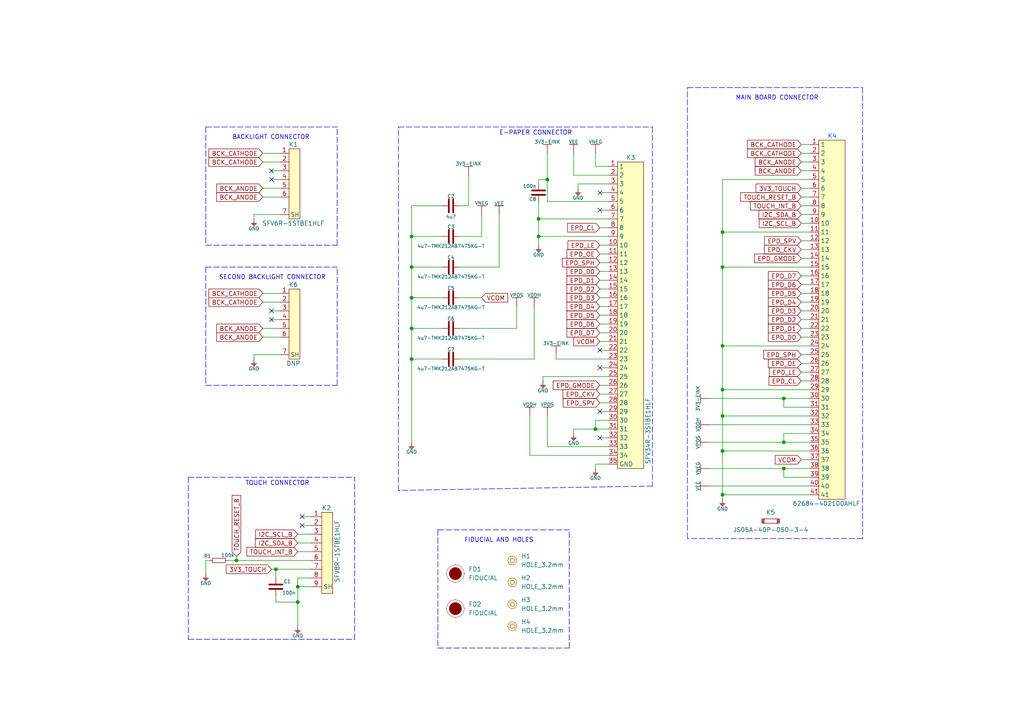
<source format=kicad_sch>
(kicad_sch (version 20211123) (generator eeschema)
  (paper "A4")
  (title_block (title "Connectors board") (date "2023-11-13") (rev "V1.2.0") (company "SOLDERED"))
  (lib_symbols
    (symbol "e-radionica.com schematics:0603C" (pin_numbers hide) (pin_names (offset 0.002))
      (property "Reference" "C" (at 0 3.81 0))
      (property "Value" "0603C" (at 0 -3.175 0))
      (symbol "0603C_0_1"
        (polyline (pts (xy -0.635 1.905) (xy -0.635 -1.905)) (stroke (width 0.5)))
        (polyline (pts (xy 0.635 1.905) (xy 0.635 -1.905)) (stroke (width 0.5)))
      )
      (symbol "0603C_1_1"
        (pin passive line (at -2.54 0 0) (length 1.9) (name "~") (number "1"))
        (pin passive line (at 2.54 0 180) (length 1.9) (name "~") (number "2"))
      )
    )
    (symbol "e-radionica.com schematics:0603R" (pin_numbers hide) (pin_names (offset 0.254))
      (property "Reference" "R" (at 0 1.27 0))
      (property "Value" "0603R" (at 0 -1.905 0))
      (symbol "0603R_0_1"
        (rectangle (start -1.905 0.635) (end 1.905 -0.635) (stroke (width 0.15)))
      )
      (symbol "0603R_1_1"
        (pin passive line (at -2.54 0 0) (length 0.63) (name "~") (number "1"))
        (pin passive line (at 2.54 0 180) (length 0.63) (name "~") (number "2"))
      )
    )
    (symbol "e-radionica.com schematics:0805C" (pin_numbers hide)
      (property "Reference" "C" (at 0 3.81 0))
      (property "Value" "0805C" (at 0 -3.175 0))
      (symbol "0805C_0_1"
        (polyline (pts (xy -0.635 1.905) (xy -0.635 -1.905)) (stroke (width 0.5)))
        (polyline (pts (xy 0.635 1.905) (xy 0.635 -1.905)) (stroke (width 0.5)))
      )
      (symbol "0805C_1_1"
        (pin passive line (at -2.54 0 0) (length 1.9) (name "~") (number "1"))
        (pin passive line (at 2.54 0 180) (length 1.9) (name "~") (number "2"))
      )
    )
    (symbol "e-radionica.com schematics:3V3-EINK" (power) (pin_names (offset 0))
      (property "Value" "3V3-EINK" (at 0 3.556 0))
      (symbol "3V3-EINK_0_1"
        (polyline (pts (xy -1.27 2.54) (xy 1.27 2.54)) (stroke (width 0.16)))
        (polyline (pts (xy 0 0) (xy 0 2.54)))
      )
      (symbol "3V3-EINK_1_1"
        (pin power_in line (at 0 0 90) (length 0) hide (name "3V3-EINK") (number "1"))
      )
    )
    (symbol "e-radionica.com schematics:62684-401100AHLF"
      (property "Reference" "K" (at 0 52.07 0))
      (property "Value" "62684-401100AHLF" (at 0 -54.61 0))
      (symbol "62684-401100AHLF_0_1"
        (rectangle (start -3.81 50.8) (end 3.81 -53.34) (stroke (width 0.1524)) (fill (type background)))
      )
      (symbol "62684-401100AHLF_1_1"
        (pin input line (at -6.35 49.53 0) (length 2.54) (name "1") (number "1"))
        (pin input line (at -6.35 26.67 0) (length 2.54) (name "10") (number "10"))
        (pin input line (at -6.35 24.13 0) (length 2.54) (name "11") (number "11"))
        (pin input line (at -6.35 21.59 0) (length 2.54) (name "12") (number "12"))
        (pin input line (at -6.35 19.05 0) (length 2.54) (name "13") (number "13"))
        (pin input line (at -6.35 16.51 0) (length 2.54) (name "14") (number "14"))
        (pin input line (at -6.35 13.97 0) (length 2.54) (name "15") (number "15"))
        (pin input line (at -6.35 11.43 0) (length 2.54) (name "16") (number "16"))
        (pin input line (at -6.35 8.89 0) (length 2.54) (name "17") (number "17"))
        (pin input line (at -6.35 6.35 0) (length 2.54) (name "18") (number "18"))
        (pin input line (at -6.35 3.81 0) (length 2.54) (name "19") (number "19"))
        (pin input line (at -6.35 46.99 0) (length 2.54) (name "2") (number "2"))
        (pin input line (at -6.35 1.27 0) (length 2.54) (name "20") (number "20"))
        (pin input line (at -6.35 -1.27 0) (length 2.54) (name "21") (number "21"))
        (pin input line (at -6.35 -3.81 0) (length 2.54) (name "22") (number "22"))
        (pin input line (at -6.35 -6.35 0) (length 2.54) (name "23") (number "23"))
        (pin input line (at -6.35 -8.89 0) (length 2.54) (name "24") (number "24"))
        (pin input line (at -6.35 -11.43 0) (length 2.54) (name "25") (number "25"))
        (pin input line (at -6.35 -13.97 0) (length 2.54) (name "26") (number "26"))
        (pin input line (at -6.35 -16.51 0) (length 2.54) (name "27") (number "27"))
        (pin input line (at -6.35 -19.05 0) (length 2.54) (name "28") (number "28"))
        (pin input line (at -6.35 -21.59 0) (length 2.54) (name "29") (number "29"))
        (pin input line (at -6.35 44.45 0) (length 2.54) (name "3") (number "3"))
        (pin input line (at -6.35 -24.13 0) (length 2.54) (name "30") (number "30"))
        (pin input line (at -6.35 -26.67 0) (length 2.54) (name "31") (number "31"))
        (pin input line (at -6.35 -29.21 0) (length 2.54) (name "32") (number "32"))
        (pin input line (at -6.35 -31.75 0) (length 2.54) (name "33") (number "33"))
        (pin input line (at -6.35 -34.29 0) (length 2.54) (name "34") (number "34"))
        (pin input line (at -6.35 -36.83 0) (length 2.54) (name "35") (number "35"))
        (pin input line (at -6.35 -39.37 0) (length 2.54) (name "36") (number "36"))
        (pin input line (at -6.35 -41.91 0) (length 2.54) (name "37") (number "37"))
        (pin input line (at -6.35 -44.45 0) (length 2.54) (name "38") (number "38"))
        (pin input line (at -6.35 -46.99 0) (length 2.54) (name "39") (number "39"))
        (pin input line (at -6.35 41.91 0) (length 2.54) (name "4") (number "4"))
        (pin input line (at -6.35 -49.53 0) (length 2.54) (name "40") (number "40"))
        (pin input line (at -6.35 -52.07 0) (length 2.54) (name "41") (number "41"))
        (pin input line (at -6.35 39.37 0) (length 2.54) (name "5") (number "5"))
        (pin input line (at -6.35 36.83 0) (length 2.54) (name "6") (number "6"))
        (pin input line (at -6.35 34.29 0) (length 2.54) (name "7") (number "7"))
        (pin input line (at -6.35 31.75 0) (length 2.54) (name "8") (number "8"))
        (pin input line (at -6.35 29.21 0) (length 2.54) (name "9") (number "9"))
      )
    )
    (symbol "e-radionica.com schematics:FIDUCIAL" (in_bom no)
      (property "Reference" "FD" (at 0 3.81 0))
      (property "Value" "FIDUCIAL" (at 0 -3.81 0))
      (symbol "FIDUCIAL_0_1"
        (polyline (pts (xy -2.54 0) (xy -2.794 0)) (stroke (width 0.0006)))
        (polyline (pts (xy 0 -2.54) (xy 0 -2.794)) (stroke (width 0.0006)))
        (polyline (pts (xy 0 2.54) (xy 0 2.794)) (stroke (width 0.0006)))
        (polyline (pts (xy 2.54 0) (xy 2.794 0)) (stroke (width 0.0006)))
        (circle (center 0 0) (radius 1.7961) (stroke (width 0.001)) (fill (type outline)))
        (circle (center 0 0) (radius 2.54) (stroke (width 0.0006)))
      )
    )
    (symbol "e-radionica.com schematics:GND" (power) (pin_names (offset 0))
      (property "Value" "GND" (at 0 -2.921 0))
      (symbol "GND_0_1"
        (polyline (pts (xy -0.762 -1.27) (xy 0.762 -1.27)) (stroke (width 0.16)))
        (polyline (pts (xy -0.635 -1.524) (xy 0.635 -1.524)) (stroke (width 0.16)))
        (polyline (pts (xy -0.381 -1.778) (xy 0.381 -1.778)) (stroke (width 0.16)))
        (polyline (pts (xy -0.127 -2.032) (xy 0.127 -2.032)) (stroke (width 0.16)))
        (polyline (pts (xy 0 0) (xy 0 -1.27)) (stroke (width 0.16)))
      )
      (symbol "GND_1_1"
        (pin power_in line (at 0 0 270) (length 0) hide (name "GND") (number "1"))
      )
    )
    (symbol "e-radionica.com schematics:HOLE_3.2mm" (pin_numbers hide) (pin_names hide)
      (property "Reference" "H" (at 0 2.54 0))
      (property "Value" "HOLE_3.2mm" (at 0 -2.54 0))
      (symbol "HOLE_3.2mm_0_1"
        (circle (center 0 0) (radius 0.635) (stroke (width 0.1)))
        (circle (center 0 0) (radius 1.27) (stroke (width 0.1)) (fill (type background)))
      )
    )
    (symbol "e-radionica.com schematics:JS05A-40P-050-3-4" (pin_numbers hide) (pin_names hide)
      (property "Reference" "K?" (at 0 2.54 0))
      (property "Value" "JS05A-40P-050-3-4" (at 0 -2.54 0))
      (symbol "JS05A-40P-050-3-4_0_1"
        (rectangle (start -2.54 0.635) (end 2.54 -0.635) (stroke (width 0.1524)))
        (polyline (pts (xy -2.54 -0.381) (xy -1.905 -0.381)) (stroke (width 0.1524)))
        (polyline (pts (xy -2.54 -0.127) (xy -1.905 -0.127)) (stroke (width 0.1524)))
        (polyline (pts (xy -2.54 0.127) (xy -1.905 0.127)) (stroke (width 0.1524)))
        (polyline (pts (xy -2.54 0.381) (xy -1.905 0.381)) (stroke (width 0.1524)))
        (polyline (pts (xy -1.905 0.635) (xy -1.905 -0.635)) (stroke (width 0.1524)))
        (polyline (pts (xy 1.905 -0.381) (xy 2.54 -0.381)) (stroke (width 0.1524)))
        (polyline (pts (xy 1.905 -0.127) (xy 2.54 -0.127)) (stroke (width 0.1524)))
        (polyline (pts (xy 1.905 0.127) (xy 2.54 0.127)) (stroke (width 0.1524)))
        (polyline (pts (xy 1.905 0.381) (xy 2.54 0.381)) (stroke (width 0.1524)))
        (polyline (pts (xy 1.905 0.635) (xy 1.905 -0.635)) (stroke (width 0.1524)))
      )
    )
    (symbol "e-radionica.com schematics:SFV34R-3STBE1HLF"
      (property "Reference" "K" (at 0 45.72 0))
      (property "Value" "SFV34R-3STBE1HLF" (at 0 -46.99 0))
      (symbol "SFV34R-3STBE1HLF_0_1"
        (rectangle (start -3.81 44.45) (end 3.81 -44.45) (stroke (width 0.1524)) (fill (type background)))
      )
      (symbol "SFV34R-3STBE1HLF_1_1"
        (pin input line (at -6.35 43.18 0) (length 2.54) (name "1") (number "1"))
        (pin input line (at -6.35 20.32 0) (length 2.54) (name "10") (number "10"))
        (pin input line (at -6.35 17.78 0) (length 2.54) (name "11") (number "11"))
        (pin input line (at -6.35 15.24 0) (length 2.54) (name "12") (number "12"))
        (pin input line (at -6.35 12.7 0) (length 2.54) (name "13") (number "13"))
        (pin input line (at -6.35 10.16 0) (length 2.54) (name "14") (number "14"))
        (pin input line (at -6.35 7.62 0) (length 2.54) (name "15") (number "15"))
        (pin input line (at -6.35 5.08 0) (length 2.54) (name "16") (number "16"))
        (pin input line (at -6.35 2.54 0) (length 2.54) (name "17") (number "17"))
        (pin input line (at -6.35 0 0) (length 2.54) (name "18") (number "18"))
        (pin input line (at -6.35 -2.54 0) (length 2.54) (name "19") (number "19"))
        (pin input line (at -6.35 40.64 0) (length 2.54) (name "2") (number "2"))
        (pin input line (at -6.35 -5.08 0) (length 2.54) (name "20") (number "20"))
        (pin input line (at -6.35 -7.62 0) (length 2.54) (name "21") (number "21"))
        (pin input line (at -6.35 -10.16 0) (length 2.54) (name "22") (number "22"))
        (pin input line (at -6.35 -12.7 0) (length 2.54) (name "23") (number "23"))
        (pin input line (at -6.35 -15.24 0) (length 2.54) (name "24") (number "24"))
        (pin input line (at -6.35 -17.78 0) (length 2.54) (name "25") (number "25"))
        (pin input line (at -6.35 -20.32 0) (length 2.54) (name "26") (number "26"))
        (pin input line (at -6.35 -22.86 0) (length 2.54) (name "27") (number "27"))
        (pin input line (at -6.35 -25.4 0) (length 2.54) (name "28") (number "28"))
        (pin input line (at -6.35 -27.94 0) (length 2.54) (name "29") (number "29"))
        (pin input line (at -6.35 38.1 0) (length 2.54) (name "3") (number "3"))
        (pin input line (at -6.35 -30.48 0) (length 2.54) (name "30") (number "30"))
        (pin input line (at -6.35 -33.02 0) (length 2.54) (name "31") (number "31"))
        (pin input line (at -6.35 -35.56 0) (length 2.54) (name "32") (number "32"))
        (pin input line (at -6.35 -38.1 0) (length 2.54) (name "33") (number "33"))
        (pin input line (at -6.35 -40.64 0) (length 2.54) (name "34") (number "34"))
        (pin input line (at -6.35 -43.18 0) (length 2.54) (name "GND") (number "35"))
        (pin input line (at -6.35 35.56 0) (length 2.54) (name "4") (number "4"))
        (pin input line (at -6.35 33.02 0) (length 2.54) (name "5") (number "5"))
        (pin input line (at -6.35 30.48 0) (length 2.54) (name "6") (number "6"))
        (pin input line (at -6.35 27.94 0) (length 2.54) (name "7") (number "7"))
        (pin input line (at -6.35 25.4 0) (length 2.54) (name "8") (number "8"))
        (pin input line (at -6.35 22.86 0) (length 2.54) (name "9") (number "9"))
      )
    )
    (symbol "e-radionica.com schematics:SFV6R-1STBE1HLF"
      (property "Reference" "K" (at 0 11.43 0))
      (property "Value" "SFV6R-1STBE1HLF" (at 0 -11.43 0))
      (symbol "SFV6R-1STBE1HLF_0_1"
        (rectangle (start -1.27 10.16) (end 1.905 -10.16) (fill (type background)))
      )
      (symbol "SFV6R-1STBE1HLF_1_1"
        (pin passive line (at -3.81 8.89 0) (length 2.46) (name "") (number "1"))
        (pin passive line (at -3.81 6.35 0) (length 2.46) (name "") (number "2"))
        (pin passive line (at -3.81 3.81 0) (length 2.46) (name "") (number "3"))
        (pin passive line (at -3.81 1.27 0) (length 2.46) (name "") (number "4"))
        (pin passive line (at -3.81 -1.27 0) (length 2.46) (name "") (number "5"))
        (pin passive line (at -3.81 -3.81 0) (length 2.46) (name "") (number "6"))
        (pin passive line (at -3.81 -8.89 0) (length 2.46) (name "SH") (number "7"))
      )
    )
    (symbol "e-radionica.com schematics:SFV8R-1STBE1HLF"
      (property "Reference" "K" (at 1.27 1.27 0))
      (property "Value" "SFV8R-1STBE1HLF" (at 1.27 -9.525 90))
      (symbol "SFV8R-1STBE1HLF_0_1"
        (rectangle (start -0.635 0) (end 2.54 -23.495) (fill (type background)))
      )
      (symbol "SFV8R-1STBE1HLF_1_1"
        (pin passive line (at -3.81 -1.27 0) (length 3.1) (name "") (number "1"))
        (pin passive line (at -3.81 -3.81 0) (length 3.1) (name "") (number "2"))
        (pin passive line (at -3.81 -6.35 0) (length 3.1) (name "") (number "3"))
        (pin passive line (at -3.81 -8.89 0) (length 3.1) (name "") (number "4"))
        (pin passive line (at -3.81 -11.43 0) (length 3.1) (name "") (number "5"))
        (pin passive line (at -3.81 -13.97 0) (length 3.1) (name "") (number "6"))
        (pin passive line (at -3.81 -16.51 0) (length 3.1) (name "") (number "7"))
        (pin passive line (at -3.81 -19.05 0) (length 3.1) (name "") (number "8"))
        (pin passive line (at -3.81 -21.59 0) (length 3.1) (name "SH") (number "9"))
      )
    )
    (symbol "e-radionica.com schematics:VDDH" (power) (pin_names (offset 0))
      (property "Value" "VDDH" (at 0 3.556 0))
      (symbol "VDDH_0_1"
        (polyline (pts (xy -1.27 2.54) (xy 1.27 2.54)) (stroke (width 0.16)))
        (polyline (pts (xy 0 0) (xy 0 2.54)))
      )
      (symbol "VDDH_1_1"
        (pin power_in line (at 0 0 90) (length 0) hide (name "VDDH") (number "1"))
      )
    )
    (symbol "e-radionica.com schematics:VEE" (power) (pin_names (offset 0))
      (property "Value" "VEE" (at 0 3.556 0))
      (symbol "VEE_0_1"
        (polyline (pts (xy -1.27 2.54) (xy 1.27 2.54)) (stroke (width 0.16)))
        (polyline (pts (xy 0 0) (xy 0 2.54)))
      )
      (symbol "VEE_1_1"
        (pin power_in line (at 0 0 90) (length 0) hide (name "VEE") (number "1"))
      )
    )
    (symbol "e-radionica.com schematics:VNEG" (power) (pin_names (offset 0))
      (property "Value" "VNEG" (at 0 3.556 0))
      (symbol "VNEG_0_1"
        (polyline (pts (xy -1.27 2.54) (xy 1.27 2.54)) (stroke (width 0.16)))
        (polyline (pts (xy 0 0) (xy 0 2.54)))
      )
      (symbol "VNEG_1_1"
        (pin power_in line (at 0 0 90) (length 0) hide (name "VNEG") (number "1"))
      )
    )
    (symbol "e-radionica.com schematics:VPOS" (power) (pin_names (offset 0))
      (property "Value" "VPOS" (at 0 3.556 0))
      (symbol "VPOS_0_1"
        (polyline (pts (xy -1.27 2.54) (xy 1.27 2.54)) (stroke (width 0.16)))
        (polyline (pts (xy 0 0) (xy 0 2.54)))
      )
      (symbol "VPOS_1_1"
        (pin power_in line (at 0 0 90) (length 0) hide (name "VPOS") (number "1"))
      )
    )
  )
  (junction (at 158.75 52.07))
  (junction (at 172.72 124.46))
  (junction (at 86.36 174.625))
  (junction (at 156.21 68.58))
  (junction (at 209.55 100.33))
  (junction (at 227.33 128.27))
  (junction (at 227.33 135.89))
  (junction (at 209.55 130.81))
  (junction (at 119.38 86.36))
  (junction (at 119.38 104.14))
  (junction (at 119.38 95.25))
  (junction (at 156.21 63.5))
  (junction (at 209.55 113.03))
  (junction (at 68.58 162.56))
  (junction (at 80.01 165.1))
  (junction (at 209.55 143.51))
  (junction (at 209.55 77.47))
  (junction (at 119.38 68.58))
  (junction (at 227.33 115.57))
  (junction (at 86.36 170.18))
  (junction (at 209.55 120.65))
  (junction (at 209.55 67.31))
  (junction (at 119.38 77.47))
  (no_connect (at 173.99 60.96))
  (no_connect (at 173.99 127))
  (no_connect (at 173.99 101.6))
  (no_connect (at 173.99 106.68))
  (no_connect (at 78.74 92.71))
  (no_connect (at 78.74 90.17))
  (no_connect (at 173.99 55.88))
  (no_connect (at 87.63 152.4))
  (no_connect (at 87.63 149.86))
  (no_connect (at 78.74 49.53))
  (no_connect (at 78.74 52.07))
  (no_connect (at 173.99 119.38))
  (wire (pts (xy 86.36 181.61) (xy 86.36 174.625)))
  (polyline (pts (xy 54.61 138.43) (xy 102.87 138.43)))
  (wire (pts (xy 232.41 87.63) (xy 234.95 87.63)))
  (wire (pts (xy 119.38 104.14) (xy 119.38 128.27)))
  (wire (pts (xy 173.99 101.6) (xy 176.53 101.6)))
  (wire (pts (xy 119.38 86.36) (xy 128.27 86.36)))
  (wire (pts (xy 87.63 152.4) (xy 90.17 152.4)))
  (wire (pts (xy 78.74 90.17) (xy 81.28 90.17)))
  (wire (pts (xy 167.64 54.61) (xy 167.64 53.34)))
  (wire (pts (xy 227.33 125.73) (xy 227.33 128.27)))
  (wire (pts (xy 227.33 135.89) (xy 234.95 135.89)))
  (wire (pts (xy 227.33 138.43) (xy 227.33 135.89)))
  (wire (pts (xy 173.99 111.76) (xy 176.53 111.76)))
  (wire (pts (xy 232.41 54.61) (xy 234.95 54.61)))
  (wire (pts (xy 173.99 119.38) (xy 176.53 119.38)))
  (wire (pts (xy 232.41 85.09) (xy 234.95 85.09)))
  (wire (pts (xy 119.38 95.25) (xy 119.38 104.14)))
  (wire (pts (xy 209.55 143.51) (xy 209.55 144.78)))
  (wire (pts (xy 172.72 44.45) (xy 172.72 48.26)))
  (wire (pts (xy 232.41 105.41) (xy 234.95 105.41)))
  (polyline (pts (xy 250.19 156.21) (xy 199.39 156.21)))
  (polyline (pts (xy 250.19 25.4) (xy 250.19 156.21)))
  (polyline (pts (xy 189.23 140.97) (xy 115.57 142.24)))
  (wire (pts (xy 158.75 129.54) (xy 176.53 129.54)))
  (wire (pts (xy 173.99 88.9) (xy 176.53 88.9)))
  (polyline (pts (xy 102.87 185.42) (xy 102.87 138.43)))
  (wire (pts (xy 232.41 74.93) (xy 234.95 74.93)))
  (wire (pts (xy 173.99 71.12) (xy 176.53 71.12)))
  (polyline (pts (xy 97.79 71.12) (xy 97.79 36.83)))
  (wire (pts (xy 173.99 66.04) (xy 176.53 66.04)))
  (wire (pts (xy 209.55 100.33) (xy 234.95 100.33)))
  (wire (pts (xy 232.41 102.87) (xy 234.95 102.87)))
  (polyline (pts (xy 199.39 156.21) (xy 199.39 25.4)))
  (wire (pts (xy 86.36 167.64) (xy 86.36 170.18)))
  (wire (pts (xy 78.74 49.53) (xy 81.28 49.53)))
  (wire (pts (xy 173.99 96.52) (xy 176.53 96.52)))
  (wire (pts (xy 173.99 127) (xy 176.53 127)))
  (wire (pts (xy 158.75 52.07) (xy 158.75 58.42)))
  (wire (pts (xy 232.41 41.91) (xy 234.95 41.91)))
  (wire (pts (xy 156.21 58.42) (xy 156.21 63.5)))
  (wire (pts (xy 76.2 87.63) (xy 81.28 87.63)))
  (polyline (pts (xy 115.57 36.83) (xy 189.23 36.83)))
  (wire (pts (xy 73.66 62.23) (xy 73.66 63.5)))
  (wire (pts (xy 232.41 133.35) (xy 234.95 133.35)))
  (wire (pts (xy 227.33 128.27) (xy 234.95 128.27)))
  (wire (pts (xy 161.29 102.87) (xy 161.29 104.14)))
  (wire (pts (xy 76.2 95.25) (xy 81.28 95.25)))
  (wire (pts (xy 176.53 132.08) (xy 153.67 132.08)))
  (wire (pts (xy 73.66 62.23) (xy 81.28 62.23)))
  (wire (pts (xy 119.38 59.69) (xy 128.27 59.69)))
  (wire (pts (xy 234.95 118.11) (xy 227.33 118.11)))
  (wire (pts (xy 173.99 99.06) (xy 176.53 99.06)))
  (wire (pts (xy 173.99 116.84) (xy 176.53 116.84)))
  (wire (pts (xy 90.17 170.18) (xy 86.36 170.18)))
  (wire (pts (xy 232.41 64.77) (xy 234.95 64.77)))
  (polyline (pts (xy 59.69 111.76) (xy 97.79 111.76)))
  (polyline (pts (xy 115.57 142.24) (xy 115.57 36.83)))
  (wire (pts (xy 209.55 52.07) (xy 209.55 67.31)))
  (wire (pts (xy 173.99 91.44) (xy 176.53 91.44)))
  (wire (pts (xy 173.99 60.96) (xy 176.53 60.96)))
  (wire (pts (xy 157.48 109.22) (xy 176.53 109.22)))
  (wire (pts (xy 232.41 59.69) (xy 234.95 59.69)))
  (wire (pts (xy 209.55 100.33) (xy 209.55 113.03)))
  (wire (pts (xy 76.2 85.09) (xy 81.28 85.09)))
  (wire (pts (xy 232.41 95.25) (xy 234.95 95.25)))
  (wire (pts (xy 209.55 120.65) (xy 234.95 120.65)))
  (wire (pts (xy 119.38 68.58) (xy 119.38 77.47)))
  (wire (pts (xy 232.41 97.79) (xy 234.95 97.79)))
  (wire (pts (xy 158.75 44.45) (xy 158.75 52.07)))
  (wire (pts (xy 166.37 125.73) (xy 166.37 124.46)))
  (polyline (pts (xy 59.69 77.47) (xy 59.69 111.76)))
  (wire (pts (xy 209.55 67.31) (xy 234.95 67.31)))
  (wire (pts (xy 80.01 174.625) (xy 86.36 174.625)))
  (wire (pts (xy 119.38 59.69) (xy 119.38 68.58)))
  (wire (pts (xy 68.58 162.56) (xy 90.17 162.56)))
  (polyline (pts (xy 199.39 25.4) (xy 250.19 25.4)))
  (wire (pts (xy 166.37 50.8) (xy 176.53 50.8)))
  (wire (pts (xy 176.53 58.42) (xy 158.75 58.42)))
  (wire (pts (xy 86.36 154.94) (xy 90.17 154.94)))
  (wire (pts (xy 68.58 161.29) (xy 68.58 162.56)))
  (wire (pts (xy 76.2 44.45) (xy 81.28 44.45)))
  (wire (pts (xy 173.99 114.3) (xy 176.53 114.3)))
  (wire (pts (xy 144.78 62.23) (xy 144.78 77.47)))
  (wire (pts (xy 135.89 50.8) (xy 135.89 59.69)))
  (wire (pts (xy 232.41 44.45) (xy 234.95 44.45)))
  (wire (pts (xy 156.21 53.34) (xy 156.21 52.07)))
  (wire (pts (xy 172.72 124.46) (xy 176.53 124.46)))
  (polyline (pts (xy 59.69 71.12) (xy 97.79 71.12)))
  (wire (pts (xy 133.35 104.14) (xy 154.94 104.14)))
  (wire (pts (xy 60.96 162.56) (xy 59.69 162.56)))
  (wire (pts (xy 86.36 160.02) (xy 90.17 160.02)))
  (wire (pts (xy 128.27 104.14) (xy 119.38 104.14)))
  (wire (pts (xy 232.41 62.23) (xy 234.95 62.23)))
  (wire (pts (xy 232.41 92.71) (xy 234.95 92.71)))
  (polyline (pts (xy 59.69 36.83) (xy 59.69 71.12)))
  (wire (pts (xy 176.53 121.92) (xy 172.72 121.92)))
  (wire (pts (xy 173.99 93.98) (xy 176.53 93.98)))
  (wire (pts (xy 232.41 107.95) (xy 234.95 107.95)))
  (polyline (pts (xy 59.69 77.47) (xy 97.79 77.47)))
  (wire (pts (xy 232.41 57.15) (xy 234.95 57.15)))
  (wire (pts (xy 227.33 138.43) (xy 234.95 138.43)))
  (wire (pts (xy 78.74 165.1) (xy 80.01 165.1)))
  (wire (pts (xy 209.55 77.47) (xy 209.55 100.33)))
  (wire (pts (xy 158.75 120.65) (xy 158.75 129.54)))
  (wire (pts (xy 119.38 77.47) (xy 128.27 77.47)))
  (wire (pts (xy 119.38 86.36) (xy 119.38 95.25)))
  (wire (pts (xy 205.74 123.19) (xy 234.95 123.19)))
  (wire (pts (xy 209.55 120.65) (xy 209.55 130.81)))
  (wire (pts (xy 76.2 97.79) (xy 81.28 97.79)))
  (wire (pts (xy 234.95 115.57) (xy 227.33 115.57)))
  (wire (pts (xy 128.27 68.58) (xy 119.38 68.58)))
  (wire (pts (xy 133.35 77.47) (xy 144.78 77.47)))
  (wire (pts (xy 86.36 170.18) (xy 86.36 174.625)))
  (wire (pts (xy 173.99 86.36) (xy 176.53 86.36)))
  (wire (pts (xy 156.21 68.58) (xy 156.21 71.12)))
  (wire (pts (xy 90.17 167.64) (xy 86.36 167.64)))
  (wire (pts (xy 156.21 63.5) (xy 176.53 63.5)))
  (polyline (pts (xy 127 187.96) (xy 165.1 187.96)))
  (wire (pts (xy 73.66 102.87) (xy 81.28 102.87)))
  (wire (pts (xy 76.2 54.61) (xy 81.28 54.61)))
  (wire (pts (xy 167.64 53.34) (xy 176.53 53.34)))
  (wire (pts (xy 209.55 67.31) (xy 209.55 77.47)))
  (wire (pts (xy 80.01 167.64) (xy 80.01 165.1)))
  (wire (pts (xy 59.69 162.56) (xy 59.69 166.37)))
  (wire (pts (xy 156.21 52.07) (xy 158.75 52.07)))
  (wire (pts (xy 139.7 68.58) (xy 139.7 62.23)))
  (polyline (pts (xy 165.1 187.96) (xy 165.1 153.67)))
  (polyline (pts (xy 54.61 185.42) (xy 102.87 185.42)))
  (wire (pts (xy 209.55 77.47) (xy 234.95 77.47)))
  (wire (pts (xy 173.99 55.88) (xy 176.53 55.88)))
  (wire (pts (xy 139.7 86.36) (xy 133.35 86.36)))
  (wire (pts (xy 172.72 134.62) (xy 176.53 134.62)))
  (wire (pts (xy 232.41 82.55) (xy 234.95 82.55)))
  (polyline (pts (xy 59.69 36.83) (xy 97.79 36.83)))
  (wire (pts (xy 227.33 125.73) (xy 234.95 125.73)))
  (polyline (pts (xy 127 153.67) (xy 165.1 153.67)))
  (wire (pts (xy 205.74 135.89) (xy 227.33 135.89)))
  (wire (pts (xy 80.01 172.72) (xy 80.01 174.625)))
  (wire (pts (xy 133.35 95.25) (xy 149.86 95.25)))
  (wire (pts (xy 166.37 44.45) (xy 166.37 50.8)))
  (wire (pts (xy 161.29 104.14) (xy 176.53 104.14)))
  (wire (pts (xy 86.36 157.48) (xy 90.17 157.48)))
  (wire (pts (xy 205.74 128.27) (xy 227.33 128.27)))
  (wire (pts (xy 156.21 68.58) (xy 176.53 68.58)))
  (wire (pts (xy 232.41 90.17) (xy 234.95 90.17)))
  (wire (pts (xy 209.55 52.07) (xy 234.95 52.07)))
  (wire (pts (xy 87.63 149.86) (xy 90.17 149.86)))
  (polyline (pts (xy 97.79 111.76) (xy 97.79 77.47)))
  (wire (pts (xy 232.41 46.99) (xy 234.95 46.99)))
  (polyline (pts (xy 127 153.67) (xy 127 187.96)))
  (wire (pts (xy 173.99 106.68) (xy 176.53 106.68)))
  (wire (pts (xy 149.86 88.9) (xy 149.86 95.25)))
  (wire (pts (xy 66.04 162.56) (xy 68.58 162.56)))
  (wire (pts (xy 78.74 92.71) (xy 81.28 92.71)))
  (wire (pts (xy 76.2 57.15) (xy 81.28 57.15)))
  (wire (pts (xy 234.95 143.51) (xy 209.55 143.51)))
  (wire (pts (xy 173.99 81.28) (xy 176.53 81.28)))
  (wire (pts (xy 173.99 78.74) (xy 176.53 78.74)))
  (wire (pts (xy 172.72 48.26) (xy 176.53 48.26)))
  (wire (pts (xy 209.55 113.03) (xy 234.95 113.03)))
  (wire (pts (xy 209.55 113.03) (xy 209.55 120.65)))
  (wire (pts (xy 173.99 73.66) (xy 176.53 73.66)))
  (wire (pts (xy 232.41 49.53) (xy 234.95 49.53)))
  (wire (pts (xy 173.99 83.82) (xy 176.53 83.82)))
  (wire (pts (xy 173.99 76.2) (xy 176.53 76.2)))
  (wire (pts (xy 76.2 46.99) (xy 81.28 46.99)))
  (wire (pts (xy 172.72 135.89) (xy 172.72 134.62)))
  (wire (pts (xy 156.21 63.5) (xy 156.21 68.58)))
  (wire (pts (xy 154.94 88.9) (xy 154.94 104.14)))
  (wire (pts (xy 157.48 110.49) (xy 157.48 109.22)))
  (wire (pts (xy 119.38 77.47) (xy 119.38 86.36)))
  (wire (pts (xy 232.41 69.85) (xy 234.95 69.85)))
  (wire (pts (xy 205.74 115.57) (xy 227.33 115.57)))
  (wire (pts (xy 166.37 124.46) (xy 172.72 124.46)))
  (wire (pts (xy 172.72 121.92) (xy 172.72 124.46)))
  (polyline (pts (xy 54.61 138.43) (xy 54.61 185.42)))
  (wire (pts (xy 205.74 140.97) (xy 234.95 140.97)))
  (wire (pts (xy 128.27 95.25) (xy 119.38 95.25)))
  (wire (pts (xy 73.66 102.87) (xy 73.66 104.14)))
  (wire (pts (xy 78.74 52.07) (xy 81.28 52.07)))
  (wire (pts (xy 227.33 118.11) (xy 227.33 115.57)))
  (wire (pts (xy 80.01 165.1) (xy 90.17 165.1)))
  (wire (pts (xy 153.67 132.08) (xy 153.67 120.65)))
  (wire (pts (xy 232.41 72.39) (xy 234.95 72.39)))
  (wire (pts (xy 133.35 59.69) (xy 135.89 59.69)))
  (wire (pts (xy 232.41 110.49) (xy 234.95 110.49)))
  (polyline (pts (xy 189.23 36.83) (xy 189.23 140.97)))
  (wire (pts (xy 209.55 130.81) (xy 234.95 130.81)))
  (wire (pts (xy 232.41 80.01) (xy 234.95 80.01)))
  (wire (pts (xy 209.55 130.81) (xy 209.55 143.51)))
  (wire (pts (xy 133.35 68.58) (xy 139.7 68.58)))
  (text "TOUCH CONNECTOR" (at 71.12 140.97 0) (effects (font (size 1.27 1.27)) (justify left bottom)))
  (text "FIDUCIAL AND HOLES" (at 134.62 157.48 0) (effects (font (size 1.27 1.27)) (justify left bottom)))
  (text "E-PAPER CONNECTOR\n" (at 144.78 39.37 0) (effects (font (size 1.27 1.27)) (justify left bottom)))
  (text "BACKLIGHT CONNECTOR" (at 67.31 40.64 0) (effects (font (size 1.27 1.27)) (justify left bottom)))
  (text "MAIN BOARD CONNECTOR\n" (at 213.36 29.21 0) (effects (font (size 1.27 1.27)) (justify left bottom)))
  (text "SECOND BACKLIGHT CONNECTOR" (at 63.5 81.28 0) (effects (font (size 1.27 1.27)) (justify left bottom)))
  (global_label "EPD_SPH" (shape input) (at 232.41 102.87 180) (property "Intersheet References" "${INTERSHEET_REFS}" (effects hide)))
  (global_label "BCK_CATHODE" (shape input) (at 232.41 41.91 180) (property "Intersheet References" "${INTERSHEET_REFS}" (effects hide)))
  (global_label "EPD_D6" (shape input) (at 173.99 93.98 180) (property "Intersheet References" "${INTERSHEET_REFS}" (effects hide)))
  (global_label "BCK_CATHODE" (shape input) (at 76.2 46.99 180) (property "Intersheet References" "${INTERSHEET_REFS}" (effects hide)))
  (global_label "EPD_D1" (shape input) (at 232.41 95.25 180) (property "Intersheet References" "${INTERSHEET_REFS}" (effects hide)))
  (global_label "EPD_D4" (shape input) (at 232.41 87.63 180) (property "Intersheet References" "${INTERSHEET_REFS}" (effects hide)))
  (global_label "EPD_D3" (shape input) (at 173.99 86.36 180) (property "Intersheet References" "${INTERSHEET_REFS}" (effects hide)))
  (global_label "TOUCH_INT_B" (shape input) (at 232.41 59.69 180) (property "Intersheet References" "${INTERSHEET_REFS}" (effects hide)))
  (global_label "BCK_ANODE" (shape input) (at 232.41 46.99 180) (property "Intersheet References" "${INTERSHEET_REFS}" (effects hide)))
  (global_label "EPD_D0" (shape input) (at 232.41 97.79 180) (property "Intersheet References" "${INTERSHEET_REFS}" (effects hide)))
  (global_label "I2C_SDA_B" (shape input) (at 232.41 62.23 180) (property "Intersheet References" "${INTERSHEET_REFS}" (effects hide)))
  (global_label "EPD_D2" (shape input) (at 232.41 92.71 180) (property "Intersheet References" "${INTERSHEET_REFS}" (effects hide)))
  (global_label "TOUCH_INT_B" (shape input) (at 86.36 160.02 180) (property "Intersheet References" "${INTERSHEET_REFS}" (effects hide)))
  (global_label "EPD_CKV" (shape input) (at 173.99 114.3 180) (property "Intersheet References" "${INTERSHEET_REFS}" (effects hide)))
  (global_label "I2C_SDA_B" (shape input) (at 86.36 157.48 180) (property "Intersheet References" "${INTERSHEET_REFS}" (effects hide)))
  (global_label "EPD_SPH" (shape input) (at 173.99 76.2 180) (property "Intersheet References" "${INTERSHEET_REFS}" (effects hide)))
  (global_label "EPD_SPV" (shape input) (at 173.99 116.84 180) (property "Intersheet References" "${INTERSHEET_REFS}" (effects hide)))
  (global_label "TOUCH_RESET_B" (shape input) (at 232.41 57.15 180) (property "Intersheet References" "${INTERSHEET_REFS}" (effects hide)))
  (global_label "3V3_TOUCH" (shape input) (at 232.41 54.61 180) (property "Intersheet References" "${INTERSHEET_REFS}" (effects hide)))
  (global_label "VCOM" (shape input) (at 232.41 133.35 180) (property "Intersheet References" "${INTERSHEET_REFS}" (effects hide)))
  (global_label "EPD_SPV" (shape input) (at 232.41 69.85 180) (property "Intersheet References" "${INTERSHEET_REFS}" (effects hide)))
  (global_label "EPD_OE" (shape input) (at 232.41 105.41 180) (property "Intersheet References" "${INTERSHEET_REFS}" (effects hide)))
  (global_label "EPD_D4" (shape input) (at 173.99 88.9 180) (property "Intersheet References" "${INTERSHEET_REFS}" (effects hide)))
  (global_label "EPD_CL" (shape input) (at 173.99 66.04 180) (property "Intersheet References" "${INTERSHEET_REFS}" (effects hide)))
  (global_label "EPD_LE" (shape input) (at 173.99 71.12 180) (property "Intersheet References" "${INTERSHEET_REFS}" (effects hide)))
  (global_label "TOUCH_RESET_B" (shape input) (at 68.58 161.29 90) (property "Intersheet References" "${INTERSHEET_REFS}" (effects hide)))
  (global_label "EPD_GMODE" (shape input) (at 232.41 74.93 180) (property "Intersheet References" "${INTERSHEET_REFS}" (effects hide)))
  (global_label "BCK_ANODE" (shape input) (at 76.2 57.15 180) (property "Intersheet References" "${INTERSHEET_REFS}" (effects hide)))
  (global_label "BCK_ANODE" (shape input) (at 76.2 54.61 180) (property "Intersheet References" "${INTERSHEET_REFS}" (effects hide)))
  (global_label "BCK_CATHODE" (shape input) (at 76.2 85.09 180) (property "Intersheet References" "${INTERSHEET_REFS}" (effects hide)))
  (global_label "EPD_D3" (shape input) (at 232.41 90.17 180) (property "Intersheet References" "${INTERSHEET_REFS}" (effects hide)))
  (global_label "BCK_ANODE" (shape input) (at 76.2 95.25 180) (property "Intersheet References" "${INTERSHEET_REFS}" (effects hide)))
  (global_label "BCK_ANODE" (shape input) (at 232.41 49.53 180) (property "Intersheet References" "${INTERSHEET_REFS}" (effects hide)))
  (global_label "VCOM" (shape input) (at 139.7 86.36 0) (property "Intersheet References" "${INTERSHEET_REFS}" (effects hide)))
  (global_label "VCOM" (shape input) (at 173.99 99.06 180) (property "Intersheet References" "${INTERSHEET_REFS}" (effects hide)))
  (global_label "3V3_TOUCH" (shape input) (at 78.74 165.1 180) (property "Intersheet References" "${INTERSHEET_REFS}" (effects hide)))
  (global_label "EPD_OE" (shape input) (at 173.99 73.66 180) (property "Intersheet References" "${INTERSHEET_REFS}" (effects hide)))
  (global_label "EPD_D0" (shape input) (at 173.99 78.74 180) (property "Intersheet References" "${INTERSHEET_REFS}" (effects hide)))
  (global_label "EPD_D2" (shape input) (at 173.99 83.82 180) (property "Intersheet References" "${INTERSHEET_REFS}" (effects hide)))
  (global_label "EPD_D5" (shape input) (at 173.99 91.44 180) (property "Intersheet References" "${INTERSHEET_REFS}" (effects hide)))
  (global_label "BCK_CATHODE" (shape input) (at 232.41 44.45 180) (property "Intersheet References" "${INTERSHEET_REFS}" (effects hide)))
  (global_label "EPD_GMODE" (shape input) (at 173.99 111.76 180) (property "Intersheet References" "${INTERSHEET_REFS}" (effects hide)))
  (global_label "BCK_CATHODE" (shape input) (at 76.2 87.63 180) (property "Intersheet References" "${INTERSHEET_REFS}" (effects hide)))
  (global_label "I2C_SCL_B" (shape input) (at 232.41 64.77 180) (property "Intersheet References" "${INTERSHEET_REFS}" (effects hide)))
  (global_label "EPD_D7" (shape input) (at 173.99 96.52 180) (property "Intersheet References" "${INTERSHEET_REFS}" (effects hide)))
  (global_label "EPD_CL" (shape input) (at 232.41 110.49 180) (property "Intersheet References" "${INTERSHEET_REFS}" (effects hide)))
  (global_label "EPD_D6" (shape input) (at 232.41 82.55 180) (property "Intersheet References" "${INTERSHEET_REFS}" (effects hide)))
  (global_label "I2C_SCL_B" (shape input) (at 86.36 154.94 180) (property "Intersheet References" "${INTERSHEET_REFS}" (effects hide)))
  (global_label "EPD_D5" (shape input) (at 232.41 85.09 180) (property "Intersheet References" "${INTERSHEET_REFS}" (effects hide)))
  (global_label "EPD_LE" (shape input) (at 232.41 107.95 180) (property "Intersheet References" "${INTERSHEET_REFS}" (effects hide)))
  (global_label "EPD_CKV" (shape input) (at 232.41 72.39 180) (property "Intersheet References" "${INTERSHEET_REFS}" (effects hide)))
  (global_label "BCK_CATHODE" (shape input) (at 76.2 44.45 180) (property "Intersheet References" "${INTERSHEET_REFS}" (effects hide)))
  (global_label "EPD_D1" (shape input) (at 173.99 81.28 180) (property "Intersheet References" "${INTERSHEET_REFS}" (effects hide)))
  (global_label "EPD_D7" (shape input) (at 232.41 80.01 180) (property "Intersheet References" "${INTERSHEET_REFS}" (effects hide)))
  (global_label "BCK_ANODE" (shape input) (at 76.2 97.79 180) (property "Intersheet References" "${INTERSHEET_REFS}" (effects hide)))
  (symbol (lib_id "e-radionica.com schematics:VNEG") (at 205.74 135.89 90) (unit 1)
    (property "Reference" "#PWR0109" (effects hide))
    (property "Value" "VNEG" (at 202.438 135.89 0) (effects (font (size 1 1))))
  )
  (symbol (lib_id "e-radionica.com schematics:GND") (at 172.72 135.89 0) (unit 1)
    (property "Reference" "#PWR0105" (effects hide))
    (property "Value" "GND" (at 172.72 138.684 0) (effects (font (size 1 1))))
  )
  (symbol (lib_id "e-radionica.com schematics:SFV6R-1STBE1HLF") (at 85.09 53.34 0) (unit 1)
    (property "Reference" "K1" (at 85.09 41.91 0))
    (property "Value" "SFV6R-1STBE1HLF" (at 85.09 64.77 0))
    (property "Footprint" "e-radionica.com footprinti:SFV6R-1STBE1HLF" (effects hide))
  )
  (symbol (lib_id "e-radionica.com schematics:0805C") (at 130.81 77.47 0) (unit 1)
    (property "Reference" "C4" (at 130.81 74.676 0) (effects (font (size 1 1))))
    (property "Value" "4u7-TMK212AB7475KG-T" (at 130.81 80.264 0) (effects (font (size 1 1))))
    (property "Footprint" "e-radionica.com footprinti:0805C" (effects hide))
  )
  (symbol (lib_id "e-radionica.com schematics:0603C") (at 80.01 170.18 90) (unit 1)
    (property "Reference" "C1" (at 83.312 168.656 90) (effects (font (size 1 1))))
    (property "Value" "100n" (at 83.82 171.958 90) (effects (font (size 1 1))))
    (property "Footprint" "e-radionica.com footprinti:0603C" (effects hide))
  )
  (symbol (lib_id "e-radionica.com schematics:VEE") (at 144.78 62.23 0) (unit 1)
    (property "Reference" "#PWR0115" (effects hide))
    (property "Value" "VEE" (at 144.78 59.055 0) (effects (font (size 1 1))))
  )
  (symbol (lib_id "e-radionica.com schematics:VDDH") (at 154.94 88.9 0) (unit 1)
    (property "Reference" "#PWR0118" (effects hide))
    (property "Value" "VDDH" (at 154.94 85.598 0) (effects (font (size 1 1))))
  )
  (symbol (lib_id "e-radionica.com schematics:SFV8R-1STBE1HLF") (at 93.98 148.59 0) (unit 1)
    (property "Reference" "K2" (at 93.345 147.32 0) (effects (justify left)))
    (property "Value" "SFV8R-1STBE1HLF" (at 97.79 168.91 90) (effects (justify left)))
    (property "Footprint" "e-radionica.com footprinti:SFV8R-1STBE1HLF" (effects hide))
  )
  (symbol (lib_id "e-radionica.com schematics:GND") (at 119.38 128.27 0) (unit 1)
    (property "Reference" "#PWR0125" (effects hide))
    (property "Value" "GND" (at 119.38 131.064 0) (effects (font (size 1 1))))
  )
  (symbol (lib_id "e-radionica.com schematics:GND") (at 73.66 63.5 0) (unit 1)
    (property "Reference" "#PWR0124" (effects hide))
    (property "Value" "GND" (at 73.66 66.294 0) (effects (font (size 1 1))))
  )
  (symbol (lib_id "e-radionica.com schematics:0805C") (at 130.81 95.25 0) (unit 1)
    (property "Reference" "C6" (at 130.81 92.456 0) (effects (font (size 1 1))))
    (property "Value" "4u7-TMK212AB7475KG-T" (at 130.81 98.044 0) (effects (font (size 1 1))))
    (property "Footprint" "e-radionica.com footprinti:0805C" (effects hide))
  )
  (symbol (lib_id "e-radionica.com schematics:0805C") (at 130.81 86.36 0) (unit 1)
    (property "Reference" "C5" (at 130.81 83.566 0) (effects (font (size 1 1))))
    (property "Value" "4u7-TMK212AB7475KG-T" (at 130.81 89.154 0) (effects (font (size 1 1))))
    (property "Footprint" "e-radionica.com footprinti:0805C" (effects hide))
  )
  (symbol (lib_id "e-radionica.com schematics:VNEG") (at 139.7 62.23 0) (unit 1)
    (property "Reference" "#PWR0117" (effects hide))
    (property "Value" "VNEG" (at 139.7 58.928 0) (effects (font (size 1 1))))
  )
  (symbol (lib_id "e-radionica.com schematics:FIDUCIAL") (at 132.08 166.37 0) (unit 1) (in_bom no)
    (property "Reference" "FD1" (at 135.89 165.0999 0) (effects (justify left)))
    (property "Value" "FIDUCIAL" (at 135.89 167.6399 0) (effects (justify left)))
    (property "Footprint" "e-radionica.com footprinti:FIDUCIAL_23" (effects hide))
  )
  (symbol (lib_id "e-radionica.com schematics:GND") (at 73.66 104.14 0) (unit 1)
    (property "Reference" "#PWR0127" (effects hide))
    (property "Value" "GND" (at 73.66 106.934 0) (effects (font (size 1 1))))
  )
  (symbol (lib_id "e-radionica.com schematics:VPOS") (at 149.86 88.9 0) (unit 1)
    (property "Reference" "#PWR0119" (effects hide))
    (property "Value" "VPOS" (at 149.86 85.598 0) (effects (font (size 1 1))))
  )
  (symbol (lib_id "e-radionica.com schematics:GND") (at 59.69 166.37 0) (unit 1)
    (property "Reference" "#PWR0123" (effects hide))
    (property "Value" "GND" (at 59.69 169.164 0) (effects (font (size 1 1))))
  )
  (symbol (lib_id "e-radionica.com schematics:SFV34R-3STBE1HLF") (at 182.88 91.44 0) (unit 1)
    (property "Reference" "K3" (at 181.61 45.72 0) (effects (justify left)))
    (property "Value" "SFV34R-3STBE1HLF" (at 187.96 134.62 90) (effects (justify left)))
    (property "Footprint" "e-radionica.com footprinti:SFV34R-3STBE1HLF" (effects hide))
  )
  (symbol (lib_id "e-radionica.com schematics:3V3-EINK") (at 161.29 102.87 0) (unit 1)
    (property "Reference" "#PWR0102" (effects hide))
    (property "Value" "3V3-EINK" (at 161.29 99.568 0) (effects (font (size 1 1))))
  )
  (symbol (lib_id "e-radionica.com schematics:JS05A-40P-050-3-4") (at 223.52 151.13 0) (unit 1)
    (property "Reference" "K5" (at 223.52 148.59 0))
    (property "Value" "JS05A-40P-050-3-4" (at 223.52 153.67 0))
    (property "Footprint" "e-radionica.com footprinti:JS05A-40P-050-3-4" (effects hide))
  )
  (symbol (lib_id "e-radionica.com schematics:3V3-EINK") (at 158.75 44.45 0) (unit 1)
    (property "Reference" "#PWR0120" (effects hide))
    (property "Value" "3V3-EINK" (at 158.75 41.148 0) (effects (font (size 1 1))))
  )
  (symbol (lib_id "e-radionica.com schematics:VDDH") (at 205.74 123.19 90) (unit 1)
    (property "Reference" "#PWR0112" (effects hide))
    (property "Value" "VDDH" (at 202.438 123.19 0) (effects (font (size 1 1))))
  )
  (symbol (lib_id "e-radionica.com schematics:3V3-EINK") (at 135.89 50.8 0) (unit 1)
    (property "Reference" "#PWR0121" (effects hide))
    (property "Value" "3V3-EINK" (at 135.89 47.498 0) (effects (font (size 1 1))))
  )
  (symbol (lib_id "e-radionica.com schematics:0603R") (at 63.5 162.56 180) (unit 1)
    (property "Reference" "R1" (at 60.198 161.29 0) (effects (font (size 1 1))))
    (property "Value" "100k" (at 66.04 161.036 0) (effects (font (size 1 1))))
    (property "Footprint" "e-radionica.com footprinti:0603R" (effects hide))
  )
  (symbol (lib_id "e-radionica.com schematics:0805C") (at 130.81 104.14 0) (unit 1)
    (property "Reference" "C7" (at 130.81 101.346 0) (effects (font (size 1 1))))
    (property "Value" "4u7-TMK212AB7475KG-T" (at 130.81 106.934 0) (effects (font (size 1 1))))
    (property "Footprint" "e-radionica.com footprinti:0805C" (effects hide))
  )
  (symbol (lib_id "e-radionica.com schematics:HOLE_3.2mm") (at 148.59 175.26 0) (unit 1)
    (property "Reference" "H3" (at 151.13 173.9899 0) (effects (justify left)))
    (property "Value" "HOLE_3.2mm" (at 151.13 176.5299 0) (effects (justify left)))
    (property "Footprint" "e-radionica.com footprinti:HOLE_3.2mm" (effects hide))
  )
  (symbol (lib_id "e-radionica.com schematics:3V3-EINK") (at 205.74 115.57 90) (unit 1)
    (property "Reference" "#PWR0113" (effects hide))
    (property "Value" "3V3-EINK" (at 202.438 115.57 0) (effects (font (size 1 1))))
  )
  (symbol (lib_id "e-radionica.com schematics:GND") (at 156.21 71.12 0) (unit 1)
    (property "Reference" "#PWR0116" (effects hide))
    (property "Value" "GND" (at 156.21 73.914 0) (effects (font (size 1 1))))
  )
  (symbol (lib_id "e-radionica.com schematics:HOLE_3.2mm") (at 148.59 181.61 0) (unit 1)
    (property "Reference" "H4" (at 151.13 180.3399 0) (effects (justify left)))
    (property "Value" "HOLE_3.2mm" (at 151.13 182.8799 0) (effects (justify left)))
    (property "Footprint" "e-radionica.com footprinti:HOLE_3.2mm" (effects hide))
  )
  (symbol (lib_id "e-radionica.com schematics:GND") (at 209.55 144.78 0) (unit 1)
    (property "Reference" "#PWR0111" (effects hide))
    (property "Value" "GND" (at 209.55 147.574 0) (effects (font (size 1 1))))
  )
  (symbol (lib_id "e-radionica.com schematics:GND") (at 167.64 54.61 0) (unit 1)
    (property "Reference" "#PWR0101" (effects hide))
    (property "Value" "GND" (at 167.64 57.404 0) (effects (font (size 1 1))))
  )
  (symbol (lib_id "e-radionica.com schematics:VPOS") (at 205.74 128.27 90) (unit 1)
    (property "Reference" "#PWR0114" (effects hide))
    (property "Value" "VPOS" (at 202.438 128.27 0) (effects (font (size 1 1))))
  )
  (symbol (lib_id "e-radionica.com schematics:FIDUCIAL") (at 132.08 176.53 0) (unit 1) (in_bom no)
    (property "Reference" "FD2" (at 135.89 175.2599 0) (effects (justify left)))
    (property "Value" "FIDUCIAL" (at 135.89 177.7999 0) (effects (justify left)))
    (property "Footprint" "e-radionica.com footprinti:FIDUCIAL_23" (effects hide))
  )
  (symbol (lib_id "e-radionica.com schematics:GND") (at 86.36 181.61 0) (unit 1)
    (property "Reference" "#PWR0122" (effects hide))
    (property "Value" "GND" (at 86.36 184.404 0) (effects (font (size 1 1))))
  )
  (symbol (lib_id "e-radionica.com schematics:62684-401100AHLF") (at 241.3 91.44 0) (unit 1)
    (property "Reference" "K4" (at 240.03 39.37 0) (effects (justify left)))
    (property "Value" "62684-402100AHLF" (at 229.87 146.05 0) (effects (justify left)))
    (property "Footprint" "e-radionica.com footprinti:62684-401100AHLF" (effects hide))
    (property "Datasheet" "https://cdn.amphenol-cs.com/media/wysiwyg/files/drawing/62684.pdf" (effects hide))
  )
  (symbol (lib_id "e-radionica.com schematics:VPOS") (at 158.75 120.65 0) (unit 1)
    (property "Reference" "#PWR0107" (effects hide))
    (property "Value" "VPOS" (at 158.75 117.348 0) (effects (font (size 1 1))))
  )
  (symbol (lib_id "e-radionica.com schematics:GND") (at 166.37 125.73 0) (unit 1)
    (property "Reference" "#PWR0108" (effects hide))
    (property "Value" "GND" (at 166.37 128.524 0) (effects (font (size 1 1))))
  )
  (symbol (lib_id "e-radionica.com schematics:GND") (at 157.48 110.49 0) (unit 1)
    (property "Reference" "#PWR0106" (effects hide))
    (property "Value" "GND" (at 157.48 113.284 0) (effects (font (size 1 1))))
  )
  (symbol (lib_id "e-radionica.com schematics:VEE") (at 205.74 140.97 90) (unit 1)
    (property "Reference" "#PWR0110" (effects hide))
    (property "Value" "VEE" (at 202.438 140.97 0) (effects (font (size 1 1))))
  )
  (symbol (lib_id "e-radionica.com schematics:0603C") (at 130.81 59.69 0) (unit 1)
    (property "Reference" "C2" (at 130.81 56.896 0) (effects (font (size 1 1))))
    (property "Value" "4u7" (at 130.81 62.865 0) (effects (font (size 1 1))))
    (property "Footprint" "e-radionica.com footprinti:0603C" (effects hide))
  )
  (symbol (lib_id "e-radionica.com schematics:SFV6R-1STBE1HLF") (at 85.09 93.98 0) (unit 1)
    (property "Reference" "K6" (at 85.09 82.55 0))
    (property "Value" "DNP" (at 85.09 105.41 0))
    (property "Footprint" "e-radionica.com footprinti:SFV6R-1STBE1HLF" (effects hide))
  )
  (symbol (lib_id "e-radionica.com schematics:VDDH") (at 153.67 120.65 0) (unit 1)
    (property "Reference" "#PWR0126" (effects hide))
    (property "Value" "VDDH" (at 153.67 117.348 0) (effects (font (size 1 1))))
  )
  (symbol (lib_id "e-radionica.com schematics:0805C") (at 130.81 68.58 0) (unit 1)
    (property "Reference" "C3" (at 130.81 65.786 0) (effects (font (size 1 1))))
    (property "Value" "4u7-TMK212AB7475KG-T" (at 130.81 71.374 0) (effects (font (size 1 1))))
    (property "Footprint" "e-radionica.com footprinti:0805C" (effects hide))
  )
  (symbol (lib_id "e-radionica.com schematics:VEE") (at 166.37 44.45 0) (unit 1)
    (property "Reference" "#PWR0103" (effects hide))
    (property "Value" "VEE" (at 166.37 41.148 0) (effects (font (size 1 1))))
  )
  (symbol (lib_id "e-radionica.com schematics:VNEG") (at 172.72 44.45 0) (unit 1)
    (property "Reference" "#PWR0104" (effects hide))
    (property "Value" "VNEG" (at 172.72 41.148 0) (effects (font (size 1 1))))
  )
  (symbol (lib_id "e-radionica.com schematics:HOLE_3.2mm") (at 148.59 162.56 0) (unit 1)
    (property "Reference" "H1" (at 151.13 161.2899 0) (effects (justify left)))
    (property "Value" "HOLE_3.2mm" (at 151.13 163.8299 0) (effects (justify left)))
    (property "Footprint" "e-radionica.com footprinti:HOLE_3.2mm" (effects hide))
  )
  (symbol (lib_id "e-radionica.com schematics:HOLE_3.2mm") (at 148.59 168.91 0) (unit 1)
    (property "Reference" "H2" (at 151.13 167.6399 0) (effects (justify left)))
    (property "Value" "HOLE_3.2mm" (at 151.13 170.1799 0) (effects (justify left)))
    (property "Footprint" "e-radionica.com footprinti:HOLE_3.2mm" (effects hide))
  )
  (symbol (lib_id "e-radionica.com schematics:0603C") (at 156.21 55.88 270) (unit 1)
    (property "Reference" "C8" (at 155.575 57.785 90) (effects (font (size 1 1)) (justify right)))
    (property "Value" "100n" (at 155.575 53.975 90) (effects (font (size 1 1)) (justify right)))
    (property "Footprint" "e-radionica.com footprinti:0603C" (effects hide))
  )
)
</source>
